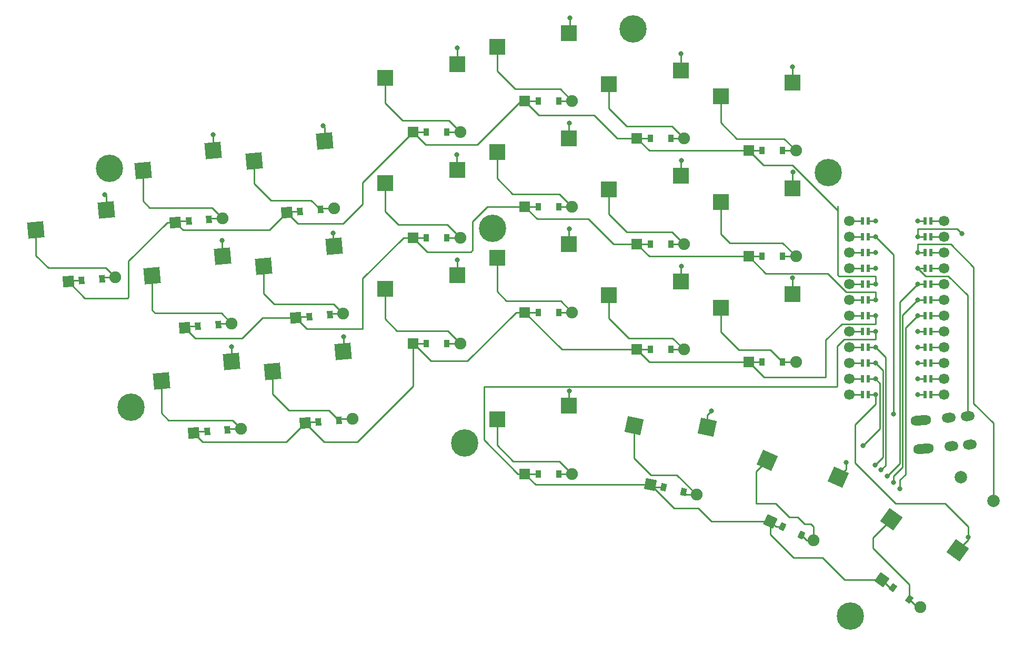
<source format=gbr>
%TF.GenerationSoftware,KiCad,Pcbnew,7.0.10*%
%TF.CreationDate,2024-02-18T22:51:37+03:00*%
%TF.ProjectId,jcuken_1,6a63756b-656e-45f3-912e-6b696361645f,0.1*%
%TF.SameCoordinates,Original*%
%TF.FileFunction,Copper,L1,Top*%
%TF.FilePolarity,Positive*%
%FSLAX46Y46*%
G04 Gerber Fmt 4.6, Leading zero omitted, Abs format (unit mm)*
G04 Created by KiCad (PCBNEW 7.0.10) date 2024-02-18 22:51:37*
%MOMM*%
%LPD*%
G01*
G04 APERTURE LIST*
G04 Aperture macros list*
%AMHorizOval*
0 Thick line with rounded ends*
0 $1 width*
0 $2 $3 position (X,Y) of the first rounded end (center of the circle)*
0 $4 $5 position (X,Y) of the second rounded end (center of the circle)*
0 Add line between two ends*
20,1,$1,$2,$3,$4,$5,0*
0 Add two circle primitives to create the rounded ends*
1,1,$1,$2,$3*
1,1,$1,$4,$5*%
%AMRotRect*
0 Rectangle, with rotation*
0 The origin of the aperture is its center*
0 $1 length*
0 $2 width*
0 $3 Rotation angle, in degrees counterclockwise*
0 Add horizontal line*
21,1,$1,$2,0,0,$3*%
G04 Aperture macros list end*
%TA.AperFunction,ComponentPad*%
%ADD10C,2.000000*%
%TD*%
%TA.AperFunction,SMDPad,CuDef*%
%ADD11R,2.600000X2.600000*%
%TD*%
%TA.AperFunction,ComponentPad*%
%ADD12RotRect,1.778000X1.778000X5.000000*%
%TD*%
%TA.AperFunction,SMDPad,CuDef*%
%ADD13RotRect,0.900000X1.200000X5.000000*%
%TD*%
%TA.AperFunction,ComponentPad*%
%ADD14C,1.905000*%
%TD*%
%TA.AperFunction,ComponentPad*%
%ADD15RotRect,1.778000X1.778000X324.000000*%
%TD*%
%TA.AperFunction,SMDPad,CuDef*%
%ADD16RotRect,0.900000X1.200000X324.000000*%
%TD*%
%TA.AperFunction,ComponentPad*%
%ADD17R,1.778000X1.778000*%
%TD*%
%TA.AperFunction,SMDPad,CuDef*%
%ADD18R,0.900000X1.200000*%
%TD*%
%TA.AperFunction,SMDPad,CuDef*%
%ADD19RotRect,2.600000X2.600000X336.000000*%
%TD*%
%TA.AperFunction,ComponentPad*%
%ADD20C,0.700000*%
%TD*%
%TA.AperFunction,ComponentPad*%
%ADD21C,4.400000*%
%TD*%
%TA.AperFunction,SMDPad,CuDef*%
%ADD22RotRect,2.600000X2.600000X5.000000*%
%TD*%
%TA.AperFunction,ComponentPad*%
%ADD23RotRect,1.778000X1.778000X348.000000*%
%TD*%
%TA.AperFunction,SMDPad,CuDef*%
%ADD24RotRect,0.900000X1.200000X348.000000*%
%TD*%
%TA.AperFunction,ComponentPad*%
%ADD25HorizOval,1.600000X-0.846765X-0.074082X0.846765X0.074082X0*%
%TD*%
%TA.AperFunction,ComponentPad*%
%ADD26HorizOval,1.600000X-0.298858X-0.026147X0.298858X0.026147X0*%
%TD*%
%TA.AperFunction,ComponentPad*%
%ADD27C,0.800000*%
%TD*%
%TA.AperFunction,SMDPad,CuDef*%
%ADD28R,0.600000X1.200000*%
%TD*%
%TA.AperFunction,ComponentPad*%
%ADD29C,1.700000*%
%TD*%
%TA.AperFunction,SMDPad,CuDef*%
%ADD30RotRect,2.600000X2.600000X324.000000*%
%TD*%
%TA.AperFunction,SMDPad,CuDef*%
%ADD31RotRect,2.600000X2.600000X348.000000*%
%TD*%
%TA.AperFunction,ComponentPad*%
%ADD32RotRect,1.778000X1.778000X336.000000*%
%TD*%
%TA.AperFunction,SMDPad,CuDef*%
%ADD33RotRect,0.900000X1.200000X336.000000*%
%TD*%
%TA.AperFunction,ViaPad*%
%ADD34C,0.800000*%
%TD*%
%TA.AperFunction,Conductor*%
%ADD35C,0.250000*%
%TD*%
G04 APERTURE END LIST*
D10*
%TO.P,B1,1*%
%TO.N,RST*%
X201050073Y-102011086D03*
%TO.P,B1,2*%
%TO.N,GND*%
X195791463Y-98190482D03*
%TD*%
D11*
%TO.P,S16,1*%
%TO.N,P8*%
X150768929Y-32689195D03*
%TO.P,S16,2*%
%TO.N,index_top*%
X139218929Y-34889195D03*
%TD*%
D12*
%TO.P,D3,1*%
%TO.N,P3*%
X70918197Y-74101048D03*
D13*
X73069978Y-73912792D03*
%TO.P,D3,2*%
%TO.N,outer_home*%
X76357420Y-73625178D03*
D14*
X78509201Y-73436922D03*
%TD*%
D15*
%TO.P,D23,1*%
%TO.N,P5*%
X183141869Y-114648424D03*
D16*
X184889346Y-115918040D03*
%TO.P,D23,2*%
%TO.N,far_thumb*%
X187559102Y-117857732D03*
D14*
X189306579Y-119127348D03*
%TD*%
D17*
%TO.P,D8,1*%
%TO.N,P4*%
X107683929Y-76639195D03*
D18*
X109843929Y-76639195D03*
%TO.P,D8,2*%
%TO.N,ring_bottom*%
X113143929Y-76639195D03*
D14*
X115303929Y-76639195D03*
%TD*%
D17*
%TO.P,D18,1*%
%TO.N,P3*%
X161683929Y-62639194D03*
D18*
X163843929Y-62639194D03*
%TO.P,D18,2*%
%TO.N,inner_home*%
X167143929Y-62639194D03*
D14*
X169303929Y-62639194D03*
%TD*%
D19*
%TO.P,S22,1*%
%TO.N,P8*%
X176124540Y-98147186D03*
%TO.P,S22,2*%
%TO.N,one_more_thumb*%
X164678270Y-95459178D03*
%TD*%
D12*
%TO.P,D2,1*%
%TO.N,P4*%
X72399845Y-91036358D03*
D13*
X74551626Y-90848102D03*
%TO.P,D2,2*%
%TO.N,outer_bottom*%
X77839068Y-90560488D03*
D14*
X79990849Y-90372232D03*
%TD*%
D20*
%TO.P,_1,1*%
%TO.N,N/C*%
X57203387Y-48599331D03*
X57583135Y-47394925D03*
X57786509Y-49719497D03*
X58703301Y-46811803D03*
D21*
X58847108Y-48455524D03*
D20*
X58990915Y-50099245D03*
X59907707Y-47191551D03*
X60111081Y-49516123D03*
X60490829Y-48311717D03*
%TD*%
D11*
%TO.P,S18,1*%
%TO.N,P9*%
X168768929Y-51689194D03*
%TO.P,S18,2*%
%TO.N,inner_home*%
X157218929Y-53889194D03*
%TD*%
D22*
%TO.P,S7,1*%
%TO.N,P21*%
X93471738Y-44071105D03*
%TO.P,S7,2*%
%TO.N,pinky_top*%
X82157432Y-47269383D03*
%TD*%
D20*
%TO.P,_3,1*%
%TO.N,N/C*%
X141443929Y-26039195D03*
X141927203Y-24872469D03*
X141927203Y-27205921D03*
X143093929Y-24389195D03*
D21*
X143093929Y-26039195D03*
D20*
X143093929Y-27689195D03*
X144260655Y-24872469D03*
X144260655Y-27205921D03*
X144743929Y-26039195D03*
%TD*%
D23*
%TO.P,D21,1*%
%TO.N,P5*%
X145842068Y-99377422D03*
D24*
X147954866Y-99826512D03*
%TO.P,D21,2*%
%TO.N,home_thumb*%
X151182754Y-100512620D03*
D14*
X153295552Y-100961710D03*
%TD*%
D11*
%TO.P,S14,1*%
%TO.N,P8*%
X150768929Y-66689195D03*
%TO.P,S14,2*%
%TO.N,index_bottom*%
X139218929Y-68889195D03*
%TD*%
D17*
%TO.P,D11,1*%
%TO.N,P4*%
X125683929Y-71639195D03*
D18*
X127843929Y-71639195D03*
%TO.P,D11,2*%
%TO.N,middle_bottom*%
X131143929Y-71639195D03*
D14*
X133303929Y-71639195D03*
%TD*%
D12*
%TO.P,D1,1*%
%TO.N,P2*%
X52202291Y-66704099D03*
D13*
X54354072Y-66515843D03*
%TO.P,D1,2*%
%TO.N,far_outer_top*%
X57641514Y-66228229D03*
D14*
X59793295Y-66039973D03*
%TD*%
D17*
%TO.P,D12,1*%
%TO.N,P3*%
X125683929Y-54639195D03*
D18*
X127843929Y-54639195D03*
%TO.P,D12,2*%
%TO.N,middle_home*%
X131143929Y-54639195D03*
D14*
X133303929Y-54639195D03*
%TD*%
D17*
%TO.P,D15,1*%
%TO.N,P3*%
X143683929Y-60639195D03*
D18*
X145843929Y-60639195D03*
%TO.P,D15,2*%
%TO.N,index_home*%
X149143929Y-60639195D03*
D14*
X151303929Y-60639195D03*
%TD*%
D11*
%TO.P,S9,1*%
%TO.N,P6*%
X114768929Y-48689194D03*
%TO.P,S9,2*%
%TO.N,ring_home*%
X103218929Y-50889194D03*
%TD*%
%TO.P,S19,1*%
%TO.N,P9*%
X168768929Y-34689194D03*
%TO.P,S19,2*%
%TO.N,inner_top*%
X157218929Y-36889194D03*
%TD*%
D17*
%TO.P,D17,1*%
%TO.N,P4*%
X161683929Y-79639195D03*
D18*
X163843929Y-79639195D03*
%TO.P,D17,2*%
%TO.N,inner_bottom*%
X167143929Y-79639195D03*
D14*
X169303929Y-79639195D03*
%TD*%
D22*
%TO.P,S1,1*%
%TO.N,P19*%
X58305975Y-55178269D03*
%TO.P,S1,2*%
%TO.N,far_outer_top*%
X46991669Y-58376547D03*
%TD*%
D25*
%TO.P,TRRS1,1*%
%TO.N,P0*%
X189383920Y-88993624D03*
X189784836Y-93576119D03*
D26*
%TO.P,TRRS1,2*%
%TO.N,GND*%
X193916605Y-88597065D03*
X194317522Y-93179561D03*
%TO.P,TRRS1,3*%
%TO.N,VCC*%
X196905190Y-88335598D03*
X197306106Y-92918093D03*
%TD*%
D27*
%TO.P,MCU1,1*%
%TO.N,RAW*%
X188893929Y-56939195D03*
D28*
X190073929Y-56939195D03*
D29*
%TO.N,MCU1_1*%
X193113929Y-56939195D03*
D27*
%TO.P,MCU1,2*%
%TO.N,GND*%
X188893929Y-59479195D03*
D28*
X190073929Y-59479195D03*
D29*
%TO.N,MCU1_2*%
X193113929Y-59479195D03*
D27*
%TO.P,MCU1,3*%
%TO.N,RST*%
X188893929Y-62019195D03*
D28*
X190073929Y-62019195D03*
D29*
%TO.N,MCU1_3*%
X193113929Y-62019195D03*
D27*
%TO.P,MCU1,4*%
%TO.N,VCC*%
X188893929Y-64559195D03*
D28*
X190073929Y-64559195D03*
D29*
%TO.N,MCU1_4*%
X193113929Y-64559195D03*
D27*
%TO.P,MCU1,5*%
%TO.N,P21*%
X188893929Y-67099195D03*
D28*
X190073929Y-67099195D03*
D29*
%TO.N,MCU1_5*%
X193113929Y-67099195D03*
D27*
%TO.P,MCU1,6*%
%TO.N,P20*%
X188893929Y-69639195D03*
D28*
X190073929Y-69639195D03*
D29*
%TO.N,MCU1_6*%
X193113929Y-69639195D03*
D27*
%TO.P,MCU1,7*%
%TO.N,P19*%
X188893929Y-72179195D03*
D28*
X190073929Y-72179195D03*
D29*
%TO.N,MCU1_7*%
X193113929Y-72179195D03*
D27*
%TO.P,MCU1,8*%
%TO.N,P18*%
X188893929Y-74719195D03*
D28*
X190073929Y-74719195D03*
D29*
%TO.N,MCU1_8*%
X193113929Y-74719195D03*
D27*
%TO.P,MCU1,9*%
%TO.N,P15*%
X188893929Y-77259195D03*
D28*
X190073929Y-77259195D03*
D29*
%TO.N,MCU1_9*%
X193113929Y-77259195D03*
D27*
%TO.P,MCU1,10*%
%TO.N,P14*%
X188893929Y-79799195D03*
D28*
X190073929Y-79799195D03*
D29*
%TO.N,MCU1_10*%
X193113929Y-79799195D03*
D27*
%TO.P,MCU1,11*%
%TO.N,P16*%
X188893929Y-82339195D03*
D28*
X190073929Y-82339195D03*
D29*
%TO.N,MCU1_11*%
X193113929Y-82339195D03*
D27*
%TO.P,MCU1,12*%
%TO.N,P10*%
X188893929Y-84879195D03*
D28*
X190073929Y-84879195D03*
D29*
%TO.N,MCU1_12*%
X193113929Y-84879195D03*
%TO.P,MCU1,13*%
%TO.N,MCU1_13*%
X177873929Y-84879195D03*
D28*
X180013929Y-84879195D03*
%TO.N,MCU1_12*%
X190973929Y-84879195D03*
D29*
%TO.P,MCU1,14*%
%TO.N,MCU1_14*%
X177873929Y-82339195D03*
D28*
X180013929Y-82339195D03*
%TO.N,MCU1_11*%
X190973929Y-82339195D03*
D29*
%TO.P,MCU1,15*%
%TO.N,MCU1_15*%
X177873929Y-79799195D03*
D28*
X180013929Y-79799195D03*
%TO.N,MCU1_10*%
X190973929Y-79799195D03*
D29*
%TO.P,MCU1,16*%
%TO.N,MCU1_16*%
X177873929Y-77259195D03*
D28*
X180013929Y-77259195D03*
%TO.N,MCU1_9*%
X190973929Y-77259195D03*
D29*
%TO.P,MCU1,17*%
%TO.N,MCU1_17*%
X177873929Y-74719195D03*
D28*
X180013929Y-74719195D03*
%TO.N,MCU1_8*%
X190973929Y-74719195D03*
D29*
%TO.P,MCU1,18*%
%TO.N,MCU1_18*%
X177873929Y-72179195D03*
D28*
X180013929Y-72179195D03*
%TO.N,MCU1_7*%
X190973929Y-72179195D03*
D29*
%TO.P,MCU1,19*%
%TO.N,MCU1_19*%
X177873929Y-69639195D03*
D28*
X180013929Y-69639195D03*
%TO.N,MCU1_6*%
X190973929Y-69639195D03*
D29*
%TO.P,MCU1,20*%
%TO.N,MCU1_20*%
X177873929Y-67099195D03*
D28*
X180013929Y-67099195D03*
%TO.N,MCU1_5*%
X190973929Y-67099195D03*
D29*
%TO.P,MCU1,21*%
%TO.N,MCU1_21*%
X177873929Y-64559195D03*
D28*
X180013929Y-64559195D03*
%TO.N,MCU1_4*%
X190973929Y-64559195D03*
D29*
%TO.P,MCU1,22*%
%TO.N,MCU1_22*%
X177873929Y-62019195D03*
D28*
X180013929Y-62019195D03*
%TO.N,MCU1_3*%
X190973929Y-62019195D03*
D29*
%TO.P,MCU1,23*%
%TO.N,MCU1_23*%
X177873929Y-59479195D03*
D28*
X180013929Y-59479195D03*
%TO.N,MCU1_2*%
X190973929Y-59479195D03*
D29*
%TO.P,MCU1,24*%
%TO.N,MCU1_24*%
X177873929Y-56939195D03*
D28*
X180013929Y-56939195D03*
%TO.N,MCU1_1*%
X190973929Y-56939195D03*
%TO.P,MCU1,113*%
%TO.N,P9*%
X180913929Y-84879195D03*
D27*
X182093929Y-84879195D03*
D28*
%TO.P,MCU1,114*%
%TO.N,P8*%
X180913929Y-82339195D03*
D27*
X182093929Y-82339195D03*
D28*
%TO.P,MCU1,115*%
%TO.N,P7*%
X180913929Y-79799195D03*
D27*
X182093929Y-79799195D03*
D28*
%TO.P,MCU1,116*%
%TO.N,P6*%
X180913929Y-77259195D03*
D27*
X182093929Y-77259195D03*
D28*
%TO.P,MCU1,117*%
%TO.N,P5*%
X180913929Y-74719195D03*
D27*
X182093929Y-74719195D03*
D28*
%TO.P,MCU1,118*%
%TO.N,P4*%
X180913929Y-72179195D03*
D27*
X182093929Y-72179195D03*
D28*
%TO.P,MCU1,119*%
%TO.N,P3*%
X180913929Y-69639195D03*
D27*
X182093929Y-69639195D03*
D28*
%TO.P,MCU1,120*%
%TO.N,P2*%
X180913929Y-67099195D03*
D27*
X182093929Y-67099195D03*
D28*
%TO.P,MCU1,121*%
%TO.N,N/C*%
X180913929Y-64559195D03*
D27*
X182093929Y-64559195D03*
D28*
%TO.P,MCU1,122*%
X180913929Y-62019195D03*
D27*
X182093929Y-62019195D03*
D28*
%TO.P,MCU1,123*%
%TO.N,P0*%
X180913929Y-59479195D03*
D27*
X182093929Y-59479195D03*
D28*
%TO.P,MCU1,124*%
%TO.N,P1*%
X180913929Y-56939195D03*
D27*
X182093929Y-56939195D03*
%TD*%
D17*
%TO.P,D19,1*%
%TO.N,P2*%
X161683929Y-45639194D03*
D18*
X163843929Y-45639194D03*
%TO.P,D19,2*%
%TO.N,inner_top*%
X167143929Y-45639194D03*
D14*
X169303929Y-45639194D03*
%TD*%
D17*
%TO.P,D14,1*%
%TO.N,P4*%
X143683929Y-77639195D03*
D18*
X145843929Y-77639195D03*
%TO.P,D14,2*%
%TO.N,index_bottom*%
X149143929Y-77639195D03*
D14*
X151303929Y-77639195D03*
%TD*%
D12*
%TO.P,D5,1*%
%TO.N,P4*%
X90331349Y-89467555D03*
D13*
X92483130Y-89279299D03*
%TO.P,D5,2*%
%TO.N,pinky_bottom*%
X95770572Y-88991685D03*
D14*
X97922353Y-88803429D03*
%TD*%
D12*
%TO.P,D4,1*%
%TO.N,P2*%
X69436549Y-57165739D03*
D13*
X71588330Y-56977483D03*
%TO.P,D4,2*%
%TO.N,outer_top*%
X74875772Y-56689869D03*
D14*
X77027553Y-56501613D03*
%TD*%
D11*
%TO.P,S8,1*%
%TO.N,P6*%
X114768929Y-65689195D03*
%TO.P,S8,2*%
%TO.N,ring_bottom*%
X103218929Y-67889195D03*
%TD*%
D22*
%TO.P,S6,1*%
%TO.N,P21*%
X94953386Y-61006415D03*
%TO.P,S6,2*%
%TO.N,pinky_home*%
X83639080Y-64204693D03*
%TD*%
D20*
%TO.P,_4,1*%
%TO.N,N/C*%
X118843929Y-58139195D03*
X119327203Y-56972469D03*
X119327203Y-59305921D03*
X120493929Y-56489195D03*
D21*
X120493929Y-58139195D03*
D20*
X120493929Y-59789195D03*
X121660655Y-56972469D03*
X121660655Y-59305921D03*
X122143929Y-58139195D03*
%TD*%
D11*
%TO.P,S20,1*%
%TO.N,P6*%
X132768929Y-86689194D03*
%TO.P,S20,2*%
%TO.N,near_thumb*%
X121218929Y-88889194D03*
%TD*%
%TO.P,S17,1*%
%TO.N,P9*%
X168768929Y-68689195D03*
%TO.P,S17,2*%
%TO.N,inner_bottom*%
X157218929Y-70889195D03*
%TD*%
D17*
%TO.P,D16,1*%
%TO.N,P2*%
X143683929Y-43639195D03*
D18*
X145843929Y-43639195D03*
%TO.P,D16,2*%
%TO.N,index_top*%
X149143929Y-43639195D03*
D14*
X151303929Y-43639195D03*
%TD*%
D20*
%TO.P,_7,1*%
%TO.N,N/C*%
X172843929Y-49139194D03*
X173327203Y-47972468D03*
X173327203Y-50305920D03*
X174493929Y-47489194D03*
D21*
X174493929Y-49139194D03*
D20*
X174493929Y-50789194D03*
X175660655Y-47972468D03*
X175660655Y-50305920D03*
X176143929Y-49139194D03*
%TD*%
D30*
%TO.P,S23,1*%
%TO.N,P9*%
X195310003Y-109954147D03*
%TO.P,S23,2*%
%TO.N,far_thumb*%
X184672729Y-104945064D03*
%TD*%
D22*
%TO.P,S4,1*%
%TO.N,P20*%
X75540234Y-45639908D03*
%TO.P,S4,2*%
%TO.N,outer_top*%
X64225928Y-48838186D03*
%TD*%
D17*
%TO.P,D13,1*%
%TO.N,P2*%
X125683929Y-37639194D03*
D18*
X127843929Y-37639194D03*
%TO.P,D13,2*%
%TO.N,middle_top*%
X131143929Y-37639194D03*
D14*
X133303929Y-37639194D03*
%TD*%
D12*
%TO.P,D7,1*%
%TO.N,P2*%
X87368054Y-55596935D03*
D13*
X89519835Y-55408679D03*
%TO.P,D7,2*%
%TO.N,pinky_top*%
X92807277Y-55121065D03*
D14*
X94959058Y-54932809D03*
%TD*%
D22*
%TO.P,S3,1*%
%TO.N,P20*%
X77021881Y-62575218D03*
%TO.P,S3,2*%
%TO.N,outer_home*%
X65707575Y-65773496D03*
%TD*%
D11*
%TO.P,S10,1*%
%TO.N,P6*%
X114768929Y-31689194D03*
%TO.P,S10,2*%
%TO.N,ring_top*%
X103218929Y-33889194D03*
%TD*%
D12*
%TO.P,D6,1*%
%TO.N,P3*%
X88849701Y-72532245D03*
D13*
X91001482Y-72343989D03*
%TO.P,D6,2*%
%TO.N,pinky_home*%
X94288924Y-72056375D03*
D14*
X96440705Y-71868119D03*
%TD*%
D11*
%TO.P,S11,1*%
%TO.N,P7*%
X132768929Y-60689195D03*
%TO.P,S11,2*%
%TO.N,middle_bottom*%
X121218929Y-62889195D03*
%TD*%
D20*
%TO.P,_5,1*%
%TO.N,N/C*%
X114343929Y-92639194D03*
X114827203Y-91472468D03*
X114827203Y-93805920D03*
X115993929Y-90989194D03*
D21*
X115993929Y-92639194D03*
D20*
X115993929Y-94289194D03*
X117160655Y-91472468D03*
X117160655Y-93805920D03*
X117643929Y-92639194D03*
%TD*%
%TO.P,_2,1*%
%TO.N,N/C*%
X60667218Y-87043731D03*
X61046966Y-85839325D03*
X61250340Y-88163897D03*
X62167132Y-85256203D03*
D21*
X62310939Y-86899924D03*
D20*
X62454746Y-88543645D03*
X63371538Y-85635951D03*
X63574912Y-87960523D03*
X63954660Y-86756117D03*
%TD*%
D22*
%TO.P,S5,1*%
%TO.N,P21*%
X96435033Y-77941724D03*
%TO.P,S5,2*%
%TO.N,pinky_bottom*%
X85120727Y-81140002D03*
%TD*%
%TO.P,S2,1*%
%TO.N,P20*%
X78503529Y-79510528D03*
%TO.P,S2,2*%
%TO.N,outer_bottom*%
X67189223Y-82708806D03*
%TD*%
D31*
%TO.P,S21,1*%
%TO.N,P7*%
X155048877Y-90139761D03*
%TO.P,S21,2*%
%TO.N,home_thumb*%
X143293866Y-89890305D03*
%TD*%
D17*
%TO.P,D9,1*%
%TO.N,P3*%
X107683929Y-59639194D03*
D18*
X109843929Y-59639194D03*
%TO.P,D9,2*%
%TO.N,ring_home*%
X113143929Y-59639194D03*
D14*
X115303929Y-59639194D03*
%TD*%
D20*
%TO.P,_6,1*%
%TO.N,N/C*%
X176693433Y-119542888D03*
X177770194Y-118883049D03*
X176398626Y-120770851D03*
X178998157Y-119177856D03*
D21*
X178028311Y-120512734D03*
D20*
X177058465Y-121847612D03*
X179657996Y-120254617D03*
X178286428Y-122142419D03*
X179363189Y-121482580D03*
%TD*%
D17*
%TO.P,D20,1*%
%TO.N,P5*%
X125683929Y-97639194D03*
D18*
X127843929Y-97639194D03*
%TO.P,D20,2*%
%TO.N,near_thumb*%
X131143929Y-97639194D03*
D14*
X133303929Y-97639194D03*
%TD*%
D11*
%TO.P,S13,1*%
%TO.N,P7*%
X132768929Y-26689194D03*
%TO.P,S13,2*%
%TO.N,middle_top*%
X121218929Y-28889194D03*
%TD*%
D32*
%TO.P,D22,1*%
%TO.N,P5*%
X165198305Y-105268779D03*
D33*
X167171563Y-106147331D03*
%TO.P,D22,2*%
%TO.N,one_more_thumb*%
X170186263Y-107489561D03*
D14*
X172159521Y-108368113D03*
%TD*%
D17*
%TO.P,D10,1*%
%TO.N,P2*%
X107683929Y-42639194D03*
D18*
X109843929Y-42639194D03*
%TO.P,D10,2*%
%TO.N,ring_top*%
X113143929Y-42639194D03*
D14*
X115303929Y-42639194D03*
%TD*%
D11*
%TO.P,S15,1*%
%TO.N,P8*%
X150768929Y-49689195D03*
%TO.P,S15,2*%
%TO.N,index_home*%
X139218929Y-51889195D03*
%TD*%
%TO.P,S12,1*%
%TO.N,P7*%
X132768929Y-43689195D03*
%TO.P,S12,2*%
%TO.N,middle_home*%
X121218929Y-45889195D03*
%TD*%
D34*
%TO.N,P19*%
X58100000Y-52700000D03*
X186000000Y-100000000D03*
%TO.N,P20*%
X77000000Y-60100000D03*
X75500000Y-43100000D03*
X78500000Y-77200000D03*
X185000000Y-99000000D03*
%TO.N,P21*%
X96500000Y-75600000D03*
X94800000Y-58900000D03*
X93200000Y-41600000D03*
X184000000Y-98000000D03*
%TO.N,P6*%
X114800000Y-29100000D03*
X183000000Y-97000000D03*
X132800000Y-84300000D03*
X114700000Y-46300000D03*
X114800000Y-63200000D03*
%TO.N,P7*%
X132800000Y-41200000D03*
X155700000Y-87500000D03*
X132900000Y-24300000D03*
X182000000Y-96200000D03*
X132800000Y-58200000D03*
%TO.N,P8*%
X150800000Y-30000000D03*
X177400000Y-95800000D03*
X150900000Y-64200000D03*
X150900000Y-47200000D03*
X180100000Y-93100000D03*
%TO.N,P9*%
X168700000Y-66100000D03*
X197000000Y-107800000D03*
X168800000Y-49100000D03*
X168700000Y-32100000D03*
%TO.N,GND*%
X196000000Y-59000000D03*
%TO.N,P0*%
X185000000Y-88000000D03*
%TD*%
D35*
%TO.N,P19*%
X58305975Y-55178269D02*
X58305975Y-52905975D01*
X190074000Y-72179000D02*
X188894000Y-72179000D01*
X186900000Y-74173124D02*
X188893929Y-72179195D01*
X186000000Y-98636396D02*
X186900000Y-97736396D01*
X58305975Y-52905975D02*
X58100000Y-52700000D01*
X186900000Y-97736396D02*
X186900000Y-74173124D01*
X186000000Y-100000000D02*
X186000000Y-98636396D01*
%TO.N,far_outer_top*%
X46991669Y-58376547D02*
X46991669Y-62491669D01*
X59793295Y-66039973D02*
X57829770Y-66039973D01*
X46991669Y-62491669D02*
X49000000Y-64500000D01*
X49000000Y-64500000D02*
X58253322Y-64500000D01*
X57829770Y-66039973D02*
X57641514Y-66228229D01*
X58253322Y-64500000D02*
X59793295Y-66039973D01*
%TO.N,P20*%
X75500000Y-43100000D02*
X75540234Y-43140234D01*
X77021881Y-62575218D02*
X77000000Y-60100000D01*
X185000000Y-99000000D02*
X185000000Y-98000000D01*
X78600000Y-77200000D02*
X78500000Y-77100000D01*
X78500000Y-77200000D02*
X78600000Y-77200000D01*
X185000000Y-98000000D02*
X186450000Y-96550000D01*
X190074000Y-69639000D02*
X188894000Y-69639000D01*
X78500000Y-77100000D02*
X78500000Y-77200000D01*
X75540234Y-43140234D02*
X75540234Y-45639908D01*
X186450000Y-72083124D02*
X188893929Y-69639195D01*
X78503529Y-79510528D02*
X78503529Y-77400000D01*
X186450000Y-96550000D02*
X186450000Y-72083124D01*
X78503529Y-77103529D02*
X78500000Y-77100000D01*
X77000000Y-60100000D02*
X77021881Y-60121881D01*
%TO.N,outer_bottom*%
X79990849Y-90372232D02*
X78027324Y-90372232D01*
X78027324Y-90372232D02*
X77839068Y-90560488D01*
X68300000Y-89000000D02*
X78618617Y-89000000D01*
X78618617Y-89000000D02*
X79990849Y-90372232D01*
X67189223Y-82708806D02*
X67189223Y-87889223D01*
X67189223Y-87889223D02*
X68300000Y-89000000D01*
%TO.N,outer_home*%
X65707575Y-71307575D02*
X66200000Y-71800000D01*
X76545676Y-73436922D02*
X76357420Y-73625178D01*
X76872279Y-71800000D02*
X78509201Y-73436922D01*
X65707575Y-65773496D02*
X65707575Y-71307575D01*
X66200000Y-71800000D02*
X76872279Y-71800000D01*
X78509201Y-73436922D02*
X76545676Y-73436922D01*
%TO.N,outer_top*%
X75064028Y-56501613D02*
X74875772Y-56689869D01*
X75325940Y-54800000D02*
X77027553Y-56501613D01*
X65300000Y-54800000D02*
X75325940Y-54800000D01*
X64225928Y-48838186D02*
X64225928Y-53725928D01*
X64225928Y-53725928D02*
X65300000Y-54800000D01*
X77027553Y-56501613D02*
X75064028Y-56501613D01*
%TO.N,P21*%
X186000000Y-96000000D02*
X186000000Y-69993124D01*
X186000000Y-69993124D02*
X188893929Y-67099195D01*
X94800000Y-60853029D02*
X94953386Y-61006415D01*
X94800000Y-58900000D02*
X94800000Y-60853029D01*
X190074000Y-67099000D02*
X188894000Y-67099000D01*
X96500000Y-77876757D02*
X96435033Y-77941724D01*
X93200000Y-41600000D02*
X93471738Y-41871738D01*
X93471738Y-41871738D02*
X93471738Y-44071105D01*
X184000000Y-98000000D02*
X186000000Y-96000000D01*
X96500000Y-75600000D02*
X96500000Y-77876757D01*
%TO.N,pinky_bottom*%
X97922353Y-88803429D02*
X95958828Y-88803429D01*
X95958828Y-88803429D02*
X95770572Y-88991685D01*
X94178887Y-87400000D02*
X95770572Y-88991685D01*
X87700000Y-87400000D02*
X94178887Y-87400000D01*
X85120727Y-81140002D02*
X85120727Y-84820727D01*
X85120727Y-84820727D02*
X87700000Y-87400000D01*
%TO.N,pinky_home*%
X85300000Y-70300000D02*
X94872586Y-70300000D01*
X83639080Y-64204693D02*
X83639080Y-68639080D01*
X94872586Y-70300000D02*
X96440705Y-71868119D01*
X96440705Y-71868119D02*
X94477180Y-71868119D01*
X83639080Y-68639080D02*
X85300000Y-70300000D01*
X94477180Y-71868119D02*
X94288924Y-72056375D01*
%TO.N,pinky_top*%
X92995533Y-54932809D02*
X92807277Y-55121065D01*
X82157432Y-47269383D02*
X82157432Y-50957432D01*
X91286212Y-53600000D02*
X92807277Y-55121065D01*
X94959058Y-54932809D02*
X92995533Y-54932809D01*
X82157432Y-50957432D02*
X84800000Y-53600000D01*
X84800000Y-53600000D02*
X91286212Y-53600000D01*
%TO.N,P6*%
X183718929Y-78884195D02*
X182093929Y-77259195D01*
X114800000Y-63200000D02*
X114768929Y-63231071D01*
X114768929Y-29131071D02*
X114768929Y-31689194D01*
X132800000Y-84400000D02*
X132800000Y-84300000D01*
X132768929Y-86689194D02*
X132768929Y-84431071D01*
X114700000Y-46300000D02*
X114700000Y-48620265D01*
X132800000Y-84300000D02*
X132900000Y-84300000D01*
X132900000Y-84300000D02*
X132800000Y-84400000D01*
X183718929Y-96281071D02*
X183718929Y-78884195D01*
X114700000Y-48620265D02*
X114768929Y-48689194D01*
X180914000Y-77259000D02*
X182094000Y-77259000D01*
X114800000Y-29100000D02*
X114768929Y-29131071D01*
X114768929Y-63231071D02*
X114768929Y-65689195D01*
X183000000Y-97000000D02*
X183718929Y-96281071D01*
X132768929Y-84431071D02*
X132800000Y-84400000D01*
%TO.N,ring_bottom*%
X105100000Y-74600000D02*
X113264734Y-74600000D01*
X115303929Y-76639195D02*
X113143929Y-76639195D01*
X103218929Y-67889195D02*
X103218929Y-72718929D01*
X113264734Y-74600000D02*
X115303929Y-76639195D01*
X103218929Y-72718929D02*
X105100000Y-74600000D01*
%TO.N,ring_home*%
X105300000Y-57500000D02*
X113164735Y-57500000D01*
X103218929Y-55418929D02*
X105300000Y-57500000D01*
X103218929Y-50889194D02*
X103218929Y-55418929D01*
X115303929Y-59639194D02*
X113143929Y-59639194D01*
X113164735Y-57500000D02*
X115303929Y-59639194D01*
%TO.N,ring_top*%
X103218929Y-33889194D02*
X103218929Y-38018929D01*
X113464735Y-40800000D02*
X115303929Y-42639194D01*
X103218929Y-38018929D02*
X106000000Y-40800000D01*
X115303929Y-42639194D02*
X113143929Y-42639194D01*
X106000000Y-40800000D02*
X113464735Y-40800000D01*
%TO.N,P7*%
X155048877Y-88151123D02*
X155048877Y-90139761D01*
X132900000Y-24300000D02*
X132900000Y-26558123D01*
X183268929Y-94931071D02*
X183268929Y-80974195D01*
X183268929Y-80974195D02*
X182093929Y-79799195D01*
X132800000Y-58200000D02*
X132768929Y-58231071D01*
X182000000Y-96200000D02*
X183268929Y-94931071D01*
X155700000Y-87500000D02*
X155048877Y-88151123D01*
X180914000Y-79799000D02*
X182094000Y-79799000D01*
X132900000Y-26558123D02*
X132768929Y-26689194D01*
X132800000Y-41200000D02*
X132768929Y-41231071D01*
X132768929Y-41231071D02*
X132768929Y-43689195D01*
X132768929Y-58231071D02*
X132768929Y-60689195D01*
%TO.N,middle_bottom*%
X131464734Y-69800000D02*
X133303929Y-71639195D01*
X122700000Y-69800000D02*
X131464734Y-69800000D01*
X121218929Y-68318929D02*
X122700000Y-69800000D01*
X121218929Y-62889195D02*
X121218929Y-68318929D01*
X133303929Y-71639195D02*
X131143929Y-71639195D01*
%TO.N,middle_home*%
X131264734Y-52600000D02*
X133303929Y-54639195D01*
X133303929Y-54639195D02*
X131143929Y-54639195D01*
X121218929Y-45889195D02*
X121218929Y-50118929D01*
X121218929Y-50118929D02*
X123700000Y-52600000D01*
X123700000Y-52600000D02*
X131264734Y-52600000D01*
%TO.N,middle_top*%
X121218929Y-32818929D02*
X124100000Y-35700000D01*
X133303929Y-37639194D02*
X131143929Y-37639194D01*
X131364735Y-35700000D02*
X133303929Y-37639194D01*
X124100000Y-35700000D02*
X131364735Y-35700000D01*
X121218929Y-28889194D02*
X121218929Y-32818929D01*
%TO.N,P8*%
X150768929Y-30031071D02*
X150768929Y-32689195D01*
X182818929Y-83064195D02*
X182818929Y-90381071D01*
X177400000Y-96871726D02*
X177400000Y-95800000D01*
X182093929Y-82339195D02*
X182818929Y-83064195D01*
X176124540Y-98147186D02*
X177400000Y-96871726D01*
X150900000Y-64200000D02*
X150768929Y-64331071D01*
X150768929Y-47331071D02*
X150768929Y-49689195D01*
X150800000Y-30000000D02*
X150768929Y-30031071D01*
X182818929Y-90381071D02*
X180100000Y-93100000D01*
X180914000Y-82339000D02*
X182094000Y-82339000D01*
X150768929Y-64331071D02*
X150768929Y-66689195D01*
X150900000Y-47200000D02*
X150768929Y-47331071D01*
%TO.N,index_bottom*%
X139218929Y-72618929D02*
X142400000Y-75800000D01*
X151303929Y-77639195D02*
X149143929Y-77639195D01*
X149464734Y-75800000D02*
X151303929Y-77639195D01*
X139218929Y-68889195D02*
X139218929Y-72618929D01*
X142400000Y-75800000D02*
X149464734Y-75800000D01*
%TO.N,index_home*%
X139218929Y-55818929D02*
X142100000Y-58700000D01*
X142100000Y-58700000D02*
X149364734Y-58700000D01*
X151303929Y-60639195D02*
X149143929Y-60639195D01*
X139218929Y-51889195D02*
X139218929Y-55818929D01*
X149364734Y-58700000D02*
X151303929Y-60639195D01*
%TO.N,index_top*%
X139218929Y-38818929D02*
X142100000Y-41700000D01*
X139218929Y-34889195D02*
X139218929Y-38818929D01*
X151303929Y-43639195D02*
X149143929Y-43639195D01*
X142100000Y-41700000D02*
X149364734Y-41700000D01*
X149364734Y-41700000D02*
X151303929Y-43639195D01*
%TO.N,P9*%
X168768929Y-32168929D02*
X168768929Y-34689194D01*
X168800000Y-49100000D02*
X168768929Y-49131071D01*
X180914000Y-84879000D02*
X182094000Y-84879000D01*
X193300000Y-102400000D02*
X185300000Y-102400000D01*
X185300000Y-102400000D02*
X178800000Y-95900000D01*
X197000000Y-107800000D02*
X197000000Y-106100000D01*
X168700000Y-66100000D02*
X168768929Y-66168929D01*
X178800000Y-95900000D02*
X178800000Y-89700000D01*
X178800000Y-89700000D02*
X182093929Y-86406071D01*
X168768929Y-66168929D02*
X168768929Y-68689195D01*
X168768929Y-49131071D02*
X168768929Y-51689194D01*
X168700000Y-32100000D02*
X168768929Y-32168929D01*
X195310003Y-109954147D02*
X197000000Y-108264150D01*
X182093929Y-86406071D02*
X182093929Y-84879195D01*
X197000000Y-106100000D02*
X193300000Y-102400000D01*
X197000000Y-108264150D02*
X197000000Y-107800000D01*
%TO.N,inner_bottom*%
X157218929Y-74818929D02*
X160100000Y-77700000D01*
X165204734Y-77700000D02*
X167143929Y-79639195D01*
X160100000Y-77700000D02*
X165204734Y-77700000D01*
X169303929Y-79639195D02*
X167143929Y-79639195D01*
X157218929Y-70889195D02*
X157218929Y-74818929D01*
%TO.N,inner_home*%
X158700000Y-60500000D02*
X167164735Y-60500000D01*
X157218929Y-59018929D02*
X158700000Y-60500000D01*
X157218929Y-53889194D02*
X157218929Y-59018929D01*
X167164735Y-60500000D02*
X169303929Y-62639194D01*
X169303929Y-62639194D02*
X167143929Y-62639194D01*
%TO.N,inner_top*%
X157218929Y-41118929D02*
X159800000Y-43700000D01*
X159800000Y-43700000D02*
X167364735Y-43700000D01*
X157218929Y-36889194D02*
X157218929Y-41118929D01*
X167364735Y-43700000D02*
X169303929Y-45639194D01*
X169303929Y-45639194D02*
X167143929Y-45639194D01*
%TO.N,near_thumb*%
X121218929Y-93018929D02*
X123800000Y-95600000D01*
X123800000Y-95600000D02*
X131264735Y-95600000D01*
X121218929Y-88889194D02*
X121218929Y-93018929D01*
X133303929Y-97639194D02*
X131143929Y-97639194D01*
X131264735Y-95600000D02*
X133303929Y-97639194D01*
%TO.N,home_thumb*%
X153295552Y-100961710D02*
X151631844Y-100961710D01*
X146000000Y-97800000D02*
X150133842Y-97800000D01*
X143293866Y-89890305D02*
X143293866Y-95093866D01*
X150133842Y-97800000D02*
X153295552Y-100961710D01*
X143293866Y-95093866D02*
X146000000Y-97800000D01*
X151631844Y-100961710D02*
X151182754Y-100512620D01*
%TO.N,one_more_thumb*%
X162900000Y-97237448D02*
X164678270Y-95459178D01*
X172159521Y-106159521D02*
X171700000Y-105700000D01*
X171064815Y-108368113D02*
X170186263Y-107489561D01*
X168200000Y-104600000D02*
X166000000Y-102400000D01*
X162900000Y-102400000D02*
X162900000Y-97237448D01*
X172159521Y-108368113D02*
X171064815Y-108368113D01*
X170700000Y-105700000D02*
X169600000Y-104600000D01*
X169600000Y-104600000D02*
X168200000Y-104600000D01*
X171700000Y-105700000D02*
X170700000Y-105700000D01*
X172159521Y-108368113D02*
X172159521Y-106159521D01*
X166000000Y-102400000D02*
X162900000Y-102400000D01*
%TO.N,far_thumb*%
X181700000Y-107917793D02*
X181700000Y-109600000D01*
X184672729Y-104945064D02*
X181700000Y-107917793D01*
X181700000Y-109600000D02*
X187559102Y-115459102D01*
X189306579Y-119127348D02*
X188828718Y-119127348D01*
X187559102Y-115459102D02*
X187559102Y-117857732D01*
X188828718Y-119127348D02*
X187559102Y-117857732D01*
%TO.N,P2*%
X143683929Y-43639195D02*
X140539195Y-43639195D01*
X71588330Y-56977483D02*
X69624805Y-56977483D01*
X87368054Y-55596935D02*
X84564989Y-58400000D01*
X89171119Y-57400000D02*
X87368054Y-55596935D01*
X61900000Y-69200000D02*
X61700000Y-69400000D01*
X70670810Y-58400000D02*
X69436549Y-57165739D01*
X54898192Y-69400000D02*
X52202291Y-66704099D01*
X176000000Y-65600000D02*
X176200000Y-65800000D01*
X161683929Y-45639194D02*
X145683928Y-45639194D01*
X96400000Y-57400000D02*
X89171119Y-57400000D01*
X161683929Y-45639194D02*
X164044735Y-48000000D01*
X125060806Y-37639194D02*
X118000000Y-44700000D01*
X109744735Y-44700000D02*
X107683929Y-42639194D01*
X125683929Y-37639194D02*
X125060806Y-37639194D01*
X180914000Y-67099000D02*
X182094000Y-67099000D01*
X107683929Y-42639194D02*
X99600000Y-50723123D01*
X109843929Y-42639194D02*
X107683929Y-42639194D01*
X168725305Y-48000000D02*
X176000000Y-55274695D01*
X61700000Y-69400000D02*
X54898192Y-69400000D01*
X69436549Y-57165739D02*
X68134261Y-57165739D01*
X176200000Y-65800000D02*
X182093929Y-65800000D01*
X54354072Y-66515843D02*
X52390547Y-66515843D01*
X164044735Y-48000000D02*
X168725305Y-48000000D01*
X118000000Y-44700000D02*
X109744735Y-44700000D01*
X163843929Y-45639194D02*
X161683929Y-45639194D01*
X99600000Y-54200000D02*
X96400000Y-57400000D01*
X127843929Y-37639194D02*
X125683929Y-37639194D01*
X127944735Y-39900000D02*
X125683929Y-37639194D01*
X136800000Y-39900000D02*
X127944735Y-39900000D01*
X176000000Y-54574695D02*
X176000000Y-65600000D01*
X52390547Y-66515843D02*
X52202291Y-66704099D01*
X69624805Y-56977483D02*
X69436549Y-57165739D01*
X61900000Y-63400000D02*
X61900000Y-69200000D01*
X89519835Y-55408679D02*
X87556310Y-55408679D01*
X87556310Y-55408679D02*
X87368054Y-55596935D01*
X140539195Y-43639195D02*
X136800000Y-39900000D01*
X99600000Y-50723123D02*
X99600000Y-54200000D01*
X182093929Y-65800000D02*
X182093929Y-67099195D01*
X145683928Y-45639194D02*
X143683929Y-43639195D01*
X145843929Y-43639195D02*
X143683929Y-43639195D01*
X84564989Y-58400000D02*
X70670810Y-58400000D01*
X68134261Y-57165739D02*
X61900000Y-63400000D01*
%TO.N,P4*%
X98700000Y-92500000D02*
X93363794Y-92500000D01*
X145683929Y-79639195D02*
X143683929Y-77639195D01*
X107739195Y-76639195D02*
X107683929Y-76639195D01*
X110600000Y-79500000D02*
X107739195Y-76639195D01*
X107683929Y-83516071D02*
X98700000Y-92500000D01*
X107683929Y-76639195D02*
X107683929Y-83516071D01*
X161683929Y-79639195D02*
X164144734Y-82100000D01*
X164144734Y-82100000D02*
X174100000Y-82100000D01*
X161683929Y-79639195D02*
X145683929Y-79639195D01*
X174100000Y-82100000D02*
X174100000Y-76100000D01*
X124260805Y-71639195D02*
X116400000Y-79500000D01*
X73863487Y-92500000D02*
X72399845Y-91036358D01*
X74551626Y-90848102D02*
X72588101Y-90848102D01*
X131683929Y-77639195D02*
X125683929Y-71639195D01*
X93363794Y-92500000D02*
X90331349Y-89467555D01*
X163843929Y-79639195D02*
X161683929Y-79639195D01*
X174100000Y-76100000D02*
X176700000Y-73500000D01*
X182093929Y-73500000D02*
X182093929Y-72179195D01*
X109843929Y-76639195D02*
X107683929Y-76639195D01*
X92483130Y-89279299D02*
X90519605Y-89279299D01*
X72588101Y-90848102D02*
X72399845Y-91036358D01*
X90519605Y-89279299D02*
X90331349Y-89467555D01*
X90331349Y-89467555D02*
X87298904Y-92500000D01*
X127843929Y-71639195D02*
X125683929Y-71639195D01*
X116400000Y-79500000D02*
X110600000Y-79500000D01*
X125683929Y-71639195D02*
X124260805Y-71639195D01*
X176700000Y-73500000D02*
X182093929Y-73500000D01*
X87298904Y-92500000D02*
X73863487Y-92500000D01*
X180914000Y-72179000D02*
X182094000Y-72179000D01*
X143683929Y-77639195D02*
X131683929Y-77639195D01*
X145843929Y-77639195D02*
X143683929Y-77639195D01*
%TO.N,P3*%
X161683929Y-62639194D02*
X145683928Y-62639194D01*
X182093929Y-68400000D02*
X182093929Y-69639195D01*
X163843929Y-62639194D02*
X161683929Y-62639194D01*
X180914000Y-69639000D02*
X182094000Y-69639000D01*
X99600000Y-74300000D02*
X90617456Y-74300000D01*
X177400000Y-68400000D02*
X182093929Y-68400000D01*
X139939195Y-60639195D02*
X135900000Y-56600000D01*
X83467755Y-72532245D02*
X80200000Y-75800000D01*
X127843929Y-54639195D02*
X125683929Y-54639195D01*
X117000000Y-61900000D02*
X109944735Y-61900000D01*
X145683928Y-62639194D02*
X143683929Y-60639195D01*
X88849701Y-72532245D02*
X83467755Y-72532245D01*
X109944735Y-61900000D02*
X107683929Y-59639194D01*
X174375000Y-65375000D02*
X177400000Y-68400000D01*
X143683929Y-60639195D02*
X139939195Y-60639195D01*
X127644734Y-56600000D02*
X125683929Y-54639195D01*
X80200000Y-75800000D02*
X72617149Y-75800000D01*
X90617456Y-74300000D02*
X88849701Y-72532245D01*
X89037957Y-72343989D02*
X88849701Y-72532245D01*
X109843929Y-59639194D02*
X107683929Y-59639194D01*
X161683929Y-62639194D02*
X164419735Y-65375000D01*
X91001482Y-72343989D02*
X89037957Y-72343989D01*
X107683929Y-59639194D02*
X106160806Y-59639194D01*
X117300000Y-57000000D02*
X117300000Y-61600000D01*
X73069978Y-73912792D02*
X71106453Y-73912792D01*
X99600000Y-66200000D02*
X99600000Y-74300000D01*
X145843929Y-60639195D02*
X143683929Y-60639195D01*
X119660805Y-54639195D02*
X117300000Y-57000000D01*
X125683929Y-54639195D02*
X119660805Y-54639195D01*
X135900000Y-56600000D02*
X127644734Y-56600000D01*
X106160806Y-59639194D02*
X99600000Y-66200000D01*
X117300000Y-61600000D02*
X117000000Y-61900000D01*
X164419735Y-65375000D02*
X174375000Y-65375000D01*
X71106453Y-73912792D02*
X70918197Y-74101048D01*
X72617149Y-75800000D02*
X70918197Y-74101048D01*
%TO.N,P5*%
X184411485Y-115918040D02*
X183141869Y-114648424D01*
X166076857Y-106147331D02*
X165198305Y-105268779D01*
X124544929Y-97639194D02*
X119100000Y-92194265D01*
X149664646Y-103200000D02*
X145842068Y-99377422D01*
X146291158Y-99826512D02*
X145842068Y-99377422D01*
X175900000Y-83500000D02*
X175900000Y-77100000D01*
X153600000Y-103200000D02*
X149664646Y-103200000D01*
X155668779Y-105268779D02*
X153600000Y-103200000D01*
X145842068Y-99377422D02*
X127422157Y-99377422D01*
X177000000Y-76000000D02*
X182093929Y-76000000D01*
X175900000Y-77100000D02*
X177000000Y-76000000D01*
X175825000Y-83575000D02*
X175900000Y-83500000D01*
X177148424Y-114648424D02*
X173600000Y-111100000D01*
X184889346Y-115918040D02*
X184411485Y-115918040D01*
X173600000Y-111100000D02*
X168900000Y-111100000D01*
X147954866Y-99826512D02*
X146291158Y-99826512D01*
X168900000Y-111100000D02*
X165198305Y-107398305D01*
X165198305Y-105268779D02*
X155668779Y-105268779D01*
X167171563Y-106147331D02*
X166076857Y-106147331D01*
X180914000Y-74719000D02*
X182094000Y-74719000D01*
X119100000Y-92194265D02*
X119100000Y-83600000D01*
X119100000Y-83600000D02*
X119125000Y-83575000D01*
X127843929Y-97639194D02*
X125683929Y-97639194D01*
X119125000Y-83575000D02*
X175825000Y-83575000D01*
X182093929Y-76000000D02*
X182093929Y-74719195D01*
X183141869Y-114648424D02*
X177148424Y-114648424D01*
X127422157Y-99377422D02*
X125683929Y-97639194D01*
X165198305Y-107398305D02*
X165198305Y-105268779D01*
X125683929Y-97639194D02*
X124544929Y-97639194D01*
%TO.N,RAW*%
X190074000Y-56939000D02*
X188894000Y-56939000D01*
%TO.N,GND*%
X196000000Y-59000000D02*
X195200000Y-58200000D01*
X180914000Y-64559000D02*
X182094000Y-64559000D01*
X190074000Y-59479000D02*
X188894000Y-59479000D01*
X180914000Y-62019000D02*
X182094000Y-62019000D01*
X188893929Y-58200000D02*
X188893929Y-59479195D01*
X195200000Y-58200000D02*
X188893929Y-58200000D01*
%TO.N,RST*%
X190074000Y-62019000D02*
X188894000Y-62019000D01*
X197900000Y-86300000D02*
X197900000Y-64400000D01*
X194200000Y-60700000D02*
X188893929Y-60700000D01*
X197900000Y-64400000D02*
X194200000Y-60700000D01*
X201050073Y-89450073D02*
X197900000Y-86300000D01*
X188893929Y-60700000D02*
X188893929Y-62019195D01*
X201050073Y-102011086D02*
X201050073Y-89450073D01*
%TO.N,VCC*%
X193800000Y-65800000D02*
X190134734Y-65800000D01*
X196905190Y-68905190D02*
X193800000Y-65800000D01*
X190074000Y-64559000D02*
X188894000Y-64559000D01*
X196905190Y-88335598D02*
X196905190Y-68905190D01*
X190134734Y-65800000D02*
X188893929Y-64559195D01*
%TO.N,P18*%
X190074000Y-74719000D02*
X188894000Y-74719000D01*
%TO.N,P15*%
X190074000Y-77259000D02*
X188894000Y-77259000D01*
%TO.N,P14*%
X190074000Y-79799000D02*
X188894000Y-79799000D01*
%TO.N,P16*%
X190074000Y-82339000D02*
X188894000Y-82339000D01*
%TO.N,P10*%
X190074000Y-84879000D02*
X188894000Y-84879000D01*
%TO.N,P1*%
X180914000Y-56939000D02*
X182094000Y-56939000D01*
%TO.N,P0*%
X185000000Y-88000000D02*
X185000000Y-62385266D01*
X180914000Y-59479000D02*
X182094000Y-59479000D01*
X185000000Y-62385266D02*
X182093929Y-59479195D01*
%TO.N,MCU1_24*%
X177874000Y-56939000D02*
X179994000Y-56939000D01*
%TO.N,MCU1_1*%
X190994000Y-56939000D02*
X193114000Y-56939000D01*
%TO.N,MCU1_23*%
X177874000Y-59479000D02*
X179994000Y-59479000D01*
%TO.N,MCU1_2*%
X190994000Y-59479000D02*
X193114000Y-59479000D01*
%TO.N,MCU1_22*%
X177874000Y-62019000D02*
X179994000Y-62019000D01*
%TO.N,MCU1_3*%
X190994000Y-62019000D02*
X193114000Y-62019000D01*
%TO.N,MCU1_21*%
X177874000Y-64559000D02*
X179994000Y-64559000D01*
%TO.N,MCU1_4*%
X190994000Y-64559000D02*
X193114000Y-64559000D01*
%TO.N,MCU1_20*%
X177874000Y-67099000D02*
X179994000Y-67099000D01*
%TO.N,MCU1_5*%
X190994000Y-67099000D02*
X193114000Y-67099000D01*
%TO.N,MCU1_19*%
X177874000Y-69639000D02*
X179994000Y-69639000D01*
%TO.N,MCU1_6*%
X190994000Y-69639000D02*
X193114000Y-69639000D01*
%TO.N,MCU1_18*%
X177874000Y-72179000D02*
X179994000Y-72179000D01*
%TO.N,MCU1_7*%
X190994000Y-72179000D02*
X193114000Y-72179000D01*
%TO.N,MCU1_17*%
X177874000Y-74719000D02*
X179994000Y-74719000D01*
%TO.N,MCU1_8*%
X190994000Y-74719000D02*
X193114000Y-74719000D01*
%TO.N,MCU1_16*%
X177874000Y-77259000D02*
X179994000Y-77259000D01*
%TO.N,MCU1_9*%
X190994000Y-77259000D02*
X193114000Y-77259000D01*
%TO.N,MCU1_15*%
X177874000Y-79799000D02*
X179994000Y-79799000D01*
%TO.N,MCU1_10*%
X190994000Y-79799000D02*
X193114000Y-79799000D01*
%TO.N,MCU1_14*%
X177874000Y-82339000D02*
X179994000Y-82339000D01*
%TO.N,MCU1_11*%
X190994000Y-82339000D02*
X193114000Y-82339000D01*
%TO.N,MCU1_13*%
X177874000Y-84879000D02*
X179994000Y-84879000D01*
%TO.N,MCU1_12*%
X190994000Y-84879000D02*
X193114000Y-84879000D01*
%TD*%
M02*

</source>
